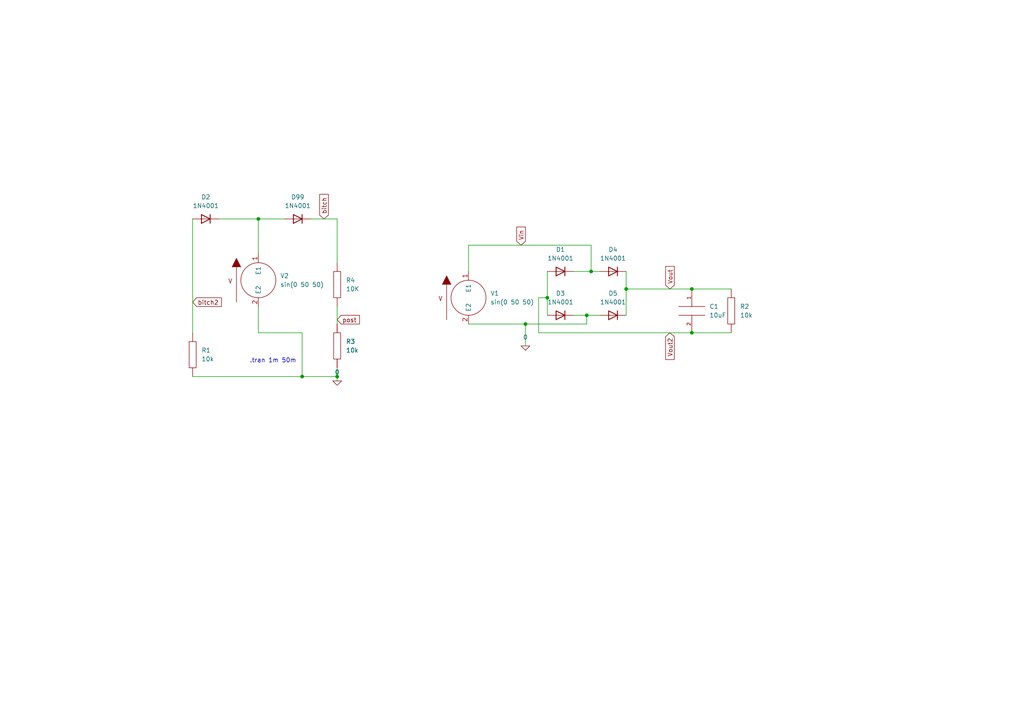
<source format=kicad_sch>
(kicad_sch (version 20211123) (generator eeschema)
  (paper "A4")
  (lib_symbols
    (symbol "Diode:1N4001" (pin_numbers hide) (pin_names (offset 1.016) hide)
      (property "Reference" "D" (at 0 2.54 0))
      (property "Value" "1N4001" (at 0 -2.54 0))
      (symbol "1N4001_0_1"
        (polyline (pts (xy -1.27 1.27) (xy -1.27 -1.27)) (stroke (width 0.254)))
        (polyline (pts (xy 1.27 0) (xy -1.27 0)))
        (polyline (pts (xy 1.27 1.27) (xy 1.27 -1.27) (xy -1.27 0) (xy 1.27 1.27)) (stroke (width 0.254)))
      )
      (symbol "1N4001_1_1"
        (pin passive line (at -3.81 0 0) (length 2.54) (name "K") (number "1"))
        (pin passive line (at 3.81 0 180) (length 2.54) (name "A") (number "2"))
      )
    )
    (symbol "pspice:0" (power) (pin_names (offset 0))
      (property "Value" "0" (at 0 -1.778 0))
      (symbol "0_0_1"
        (polyline (pts (xy -1.27 0) (xy 0 -1.27) (xy 1.27 0) (xy -1.27 0)))
      )
      (symbol "0_1_1"
        (pin power_in line (at 0 0 0) (length 0) hide (name "0") (number "1"))
      )
    )
    (symbol "pspice:C" (pin_names (offset 0.254))
      (property "Reference" "C" (at 2.54 3.81 90))
      (property "Value" "C" (at 2.54 -3.81 90))
      (symbol "C_0_1"
        (polyline (pts (xy -3.81 -1.27) (xy 3.81 -1.27)))
        (polyline (pts (xy -3.81 1.27) (xy 3.81 1.27)))
      )
      (symbol "C_1_1"
        (pin passive line (at 0 6.35 270) (length 5.08) (name "~") (number "1"))
        (pin passive line (at 0 -6.35 90) (length 5.08) (name "~") (number "2"))
      )
    )
    (symbol "pspice:R" (pin_numbers hide) (pin_names (offset 0))
      (property "Reference" "R" (at 2.032 0 90))
      (property "Value" "R" (at 0 0 90))
      (symbol "R_0_1"
        (rectangle (start -1.016 3.81) (end 1.016 -3.81))
      )
      (symbol "R_1_1"
        (pin passive line (at 0 6.35 270) (length 2.54) (name "~") (number "1"))
        (pin passive line (at 0 -6.35 90) (length 2.54) (name "~") (number "2"))
      )
    )
    (symbol "pspice:VSOURCE" (pin_names (offset 1.016))
      (property "Reference" "V" (at -6.35 7.62 0))
      (property "Value" "VSOURCE" (at 0 0 0))
      (symbol "VSOURCE_0_1"
        (polyline (pts (xy -6.35 -6.35) (xy -6.35 3.81)) (fill (type outline)))
        (polyline (pts (xy -7.62 3.81) (xy -6.35 6.35) (xy -5.08 3.81)) (fill (type outline)))
        (circle (center 0 0) (radius 5.08))
        (text "V" (at -8.128 -0.254 0) (effects (font (size 1.27 1.27))))
      )
      (symbol "VSOURCE_1_1"
        (pin input line (at 0 7.62 270) (length 2.54) (name "E1") (number "1"))
        (pin input line (at 0 -7.62 90) (length 2.54) (name "E2") (number "2"))
      )
    )
  )
  (junction (at 170.18 91.44))
  (junction (at 97.79 109.22))
  (junction (at 152.4 93.98))
  (junction (at 171.45 78.74))
  (junction (at 200.66 83.82))
  (junction (at 181.61 83.82))
  (junction (at 87.63 109.22))
  (junction (at 74.93 63.5))
  (junction (at 200.66 96.52))
  (junction (at 158.75 86.36))
  (wire (pts (xy 156.21 86.36) (xy 158.75 86.36)))
  (wire (pts (xy 158.75 86.36) (xy 158.75 91.44)))
  (wire (pts (xy 55.88 109.22) (xy 87.63 109.22)))
  (wire (pts (xy 200.66 83.82) (xy 212.09 83.82)))
  (wire (pts (xy 74.93 88.9) (xy 74.93 96.52)))
  (wire (pts (xy 200.66 96.52) (xy 212.09 96.52)))
  (wire (pts (xy 170.18 91.44) (xy 173.99 91.44)))
  (wire (pts (xy 166.37 78.74) (xy 171.45 78.74)))
  (wire (pts (xy 74.93 73.66) (xy 74.93 63.5)))
  (wire (pts (xy 55.88 63.5) (xy 55.88 96.52)))
  (wire (pts (xy 63.5 63.5) (xy 74.93 63.5)))
  (wire (pts (xy 97.79 63.5) (xy 97.79 76.2)))
  (wire (pts (xy 171.45 71.12) (xy 171.45 78.74)))
  (wire (pts (xy 74.93 63.5) (xy 82.55 63.5)))
  (wire (pts (xy 90.17 63.5) (xy 97.79 63.5)))
  (wire (pts (xy 181.61 83.82) (xy 200.66 83.82)))
  (wire (pts (xy 135.89 93.98) (xy 152.4 93.98)))
  (wire (pts (xy 74.93 96.52) (xy 87.63 96.52)))
  (wire (pts (xy 87.63 96.52) (xy 87.63 109.22)))
  (wire (pts (xy 135.89 71.12) (xy 171.45 71.12)))
  (wire (pts (xy 181.61 83.82) (xy 181.61 91.44)))
  (wire (pts (xy 156.21 96.52) (xy 156.21 86.36)))
  (wire (pts (xy 156.21 96.52) (xy 200.66 96.52)))
  (wire (pts (xy 166.37 91.44) (xy 170.18 91.44)))
  (wire (pts (xy 87.63 109.22) (xy 97.79 109.22)))
  (wire (pts (xy 152.4 93.98) (xy 170.18 93.98)))
  (wire (pts (xy 158.75 78.74) (xy 158.75 86.36)))
  (wire (pts (xy 97.79 88.9) (xy 97.79 93.98)))
  (wire (pts (xy 181.61 78.74) (xy 181.61 83.82)))
  (wire (pts (xy 97.79 109.22) (xy 97.79 110.49)))
  (wire (pts (xy 170.18 93.98) (xy 170.18 91.44)))
  (wire (pts (xy 152.4 93.98) (xy 152.4 100.33)))
  (wire (pts (xy 135.89 71.12) (xy 135.89 78.74)))
  (wire (pts (xy 97.79 106.68) (xy 97.79 109.22)))
  (wire (pts (xy 171.45 78.74) (xy 173.99 78.74)))
  (text ".tran 1m 50m" (at 72.39 105.41 0) (effects (font (size 1.27 1.27)) (justify left bottom)))
  (global_label "post" (shape input) (at 97.79 92.71 0) (property "Intersheet References" "${INTERSHEET_REFS}" (effects hide)))
  (global_label "Vout2" (shape input) (at 194.31 96.52 270) (property "Intersheet References" "${INTERSHEET_REFS}" (effects hide)))
  (global_label "bitch" (shape input) (at 93.98 63.5 90) (property "Intersheet References" "${INTERSHEET_REFS}" (effects hide)))
  (global_label "bitch2" (shape input) (at 55.88 87.63 0) (property "Intersheet References" "${INTERSHEET_REFS}" (effects hide)))
  (global_label "Vin" (shape input) (at 151.13 71.12 90) (property "Intersheet References" "${INTERSHEET_REFS}" (effects hide)))
  (global_label "Vout" (shape input) (at 194.31 83.82 90) (property "Intersheet References" "${INTERSHEET_REFS}" (effects hide)))
  (symbol (lib_id "pspice:0") (at 97.79 110.49 0) (unit 1)
    (property "Reference" "#GND01" (effects hide))
    (property "Value" "0" (at 97.79 107.95 0))
  )
  (symbol (lib_id "Diode:1N4001") (at 162.56 91.44 180) (unit 1)
    (property "Reference" "D3" (at 162.56 85.09 0))
    (property "Value" "1N4001" (at 162.56 87.63 0))
    (property "Footprint" "Diode_THT:D_DO-41_SOD81_P10.16mm_Horizontal" (effects hide))
    (property "Datasheet" "http://www.vishay.com/docs/88503/1n4001.pdf" (effects hide))
    (property "Spice_Primitive" "D" (effects hide))
    (property "Spice_Model" "D1n4001rl" (effects hide))
    (property "Spice_Netlist_Enabled" "Y" (effects hide))
    (property "Spice_Lib_File" "D:\\Blogging\\KiCAD_simulations\\spice_files\\1N4001RL.LIB" (effects hide))
    (property "Spice_Node_Sequence" "2 1" (effects hide))
  )
  (symbol (lib_id "pspice:C") (at 200.66 90.17 0) (unit 1)
    (property "Reference" "C1" (at 205.74 88.8999 0) (effects (justify left)))
    (property "Value" "10uF" (at 205.74 91.4399 0) (effects (justify left)))
  )
  (symbol (lib_id "pspice:R") (at 97.79 100.33 0) (unit 1)
    (property "Reference" "R3" (at 100.33 99.0599 0) (effects (justify left)))
    (property "Value" "10k" (at 100.33 101.5999 0) (effects (justify left)))
  )
  (symbol (lib_id "pspice:VSOURCE") (at 135.89 86.36 0) (unit 1)
    (property "Reference" "V1" (at 142.24 85.0899 0) (effects (justify left)))
    (property "Value" "sin(0 50 50) " (at 142.24 87.6299 0) (effects (justify left)))
  )
  (symbol (lib_id "pspice:R") (at 55.88 102.87 0) (unit 1)
    (property "Reference" "R1" (at 58.42 101.5999 0) (effects (justify left)))
    (property "Value" "10k" (at 58.42 104.1399 0) (effects (justify left)))
  )
  (symbol (lib_id "Diode:1N4001") (at 162.56 78.74 180) (unit 1)
    (property "Reference" "D1" (at 162.56 72.39 0))
    (property "Value" "1N4001" (at 162.56 74.93 0))
    (property "Footprint" "Diode_THT:D_DO-41_SOD81_P10.16mm_Horizontal" (effects hide))
    (property "Datasheet" "http://www.vishay.com/docs/88503/1n4001.pdf" (effects hide))
    (property "Spice_Primitive" "D" (effects hide))
    (property "Spice_Model" "D1n4001rl" (effects hide))
    (property "Spice_Netlist_Enabled" "Y" (effects hide))
    (property "Spice_Lib_File" "D:\\Blogging\\KiCAD_simulations\\spice_files\\1N4001RL.LIB" (effects hide))
    (property "Spice_Node_Sequence" "2 1" (effects hide))
  )
  (symbol (lib_id "Diode:1N4001") (at 177.8 78.74 180) (unit 1)
    (property "Reference" "D4" (at 177.8 72.39 0))
    (property "Value" "1N4001" (at 177.8 74.93 0))
    (property "Footprint" "Diode_THT:D_DO-41_SOD81_P10.16mm_Horizontal" (effects hide))
    (property "Datasheet" "http://www.vishay.com/docs/88503/1n4001.pdf" (effects hide))
    (property "Spice_Primitive" "D" (effects hide))
    (property "Spice_Model" "D1n4001rl" (effects hide))
    (property "Spice_Netlist_Enabled" "Y" (effects hide))
    (property "Spice_Lib_File" "D:\\Blogging\\KiCAD_simulations\\spice_files\\1N4001RL.LIB" (effects hide))
    (property "Spice_Node_Sequence" "2 1" (effects hide))
  )
  (symbol (lib_id "Diode:1N4001") (at 177.8 91.44 180) (unit 1)
    (property "Reference" "D5" (at 177.8 85.09 0))
    (property "Value" "1N4001" (at 177.8 87.63 0))
    (property "Footprint" "Diode_THT:D_DO-41_SOD81_P10.16mm_Horizontal" (effects hide))
    (property "Datasheet" "http://www.vishay.com/docs/88503/1n4001.pdf" (effects hide))
    (property "Spice_Primitive" "D" (effects hide))
    (property "Spice_Model" "D1n4001rl" (effects hide))
    (property "Spice_Netlist_Enabled" "Y" (effects hide))
    (property "Spice_Lib_File" "D:\\Blogging\\KiCAD_simulations\\spice_files\\1N4001RL.LIB" (effects hide))
    (property "Spice_Node_Sequence" "2 1" (effects hide))
  )
  (symbol (lib_id "pspice:VSOURCE") (at 74.93 81.28 0) (unit 1)
    (property "Reference" "V2" (at 81.28 80.0099 0) (effects (justify left)))
    (property "Value" "sin(0 50 50) " (at 81.28 82.5499 0) (effects (justify left)))
  )
  (symbol (lib_id "pspice:R") (at 212.09 90.17 0) (unit 1)
    (property "Reference" "R2" (at 214.63 88.8999 0) (effects (justify left)))
    (property "Value" "10k" (at 214.63 91.4399 0) (effects (justify left)))
  )
  (symbol (lib_id "Diode:1N4001") (at 86.36 63.5 180) (unit 1)
    (property "Reference" "D99" (at 86.36 57.15 0))
    (property "Value" "1N4001" (at 86.36 59.69 0))
    (property "Footprint" "Diode_THT:D_DO-41_SOD81_P10.16mm_Horizontal" (effects hide))
    (property "Datasheet" "http://www.vishay.com/docs/88503/1n4001.pdf" (effects hide))
    (property "Spice_Primitive" "D" (effects hide))
    (property "Spice_Model" "D1n4001rl" (effects hide))
    (property "Spice_Netlist_Enabled" "Y" (effects hide))
    (property "Spice_Lib_File" "D:\\Blogging\\KiCAD_simulations\\spice_files\\1N4001RL.LIB" (effects hide))
    (property "Spice_Node_Sequence" "2 1" (effects hide))
  )
  (symbol (lib_id "Diode:1N4001") (at 59.69 63.5 180) (unit 1)
    (property "Reference" "D2" (at 59.69 57.15 0))
    (property "Value" "1N4001" (at 59.69 59.69 0))
    (property "Footprint" "Diode_THT:D_DO-41_SOD81_P10.16mm_Horizontal" (effects hide))
    (property "Datasheet" "http://www.vishay.com/docs/88503/1n4001.pdf" (effects hide))
    (property "Spice_Primitive" "D" (effects hide))
    (property "Spice_Model" "D1n4001rl" (effects hide))
    (property "Spice_Netlist_Enabled" "Y" (effects hide))
    (property "Spice_Lib_File" "D:\\Blogging\\KiCAD_simulations\\spice_files\\1N4001RL.LIB" (effects hide))
    (property "Spice_Node_Sequence" "2 1" (effects hide))
  )
  (symbol (lib_id "pspice:0") (at 152.4 100.33 0) (unit 1)
    (property "Reference" "#GND02" (effects hide))
    (property "Value" "0" (at 152.4 97.79 0))
  )
  (symbol (lib_id "pspice:R") (at 97.79 82.55 0) (unit 1)
    (property "Reference" "R4" (at 100.33 81.2799 0) (effects (justify left)))
    (property "Value" "10K" (at 100.33 83.8199 0) (effects (justify left)))
  )
)
</source>
